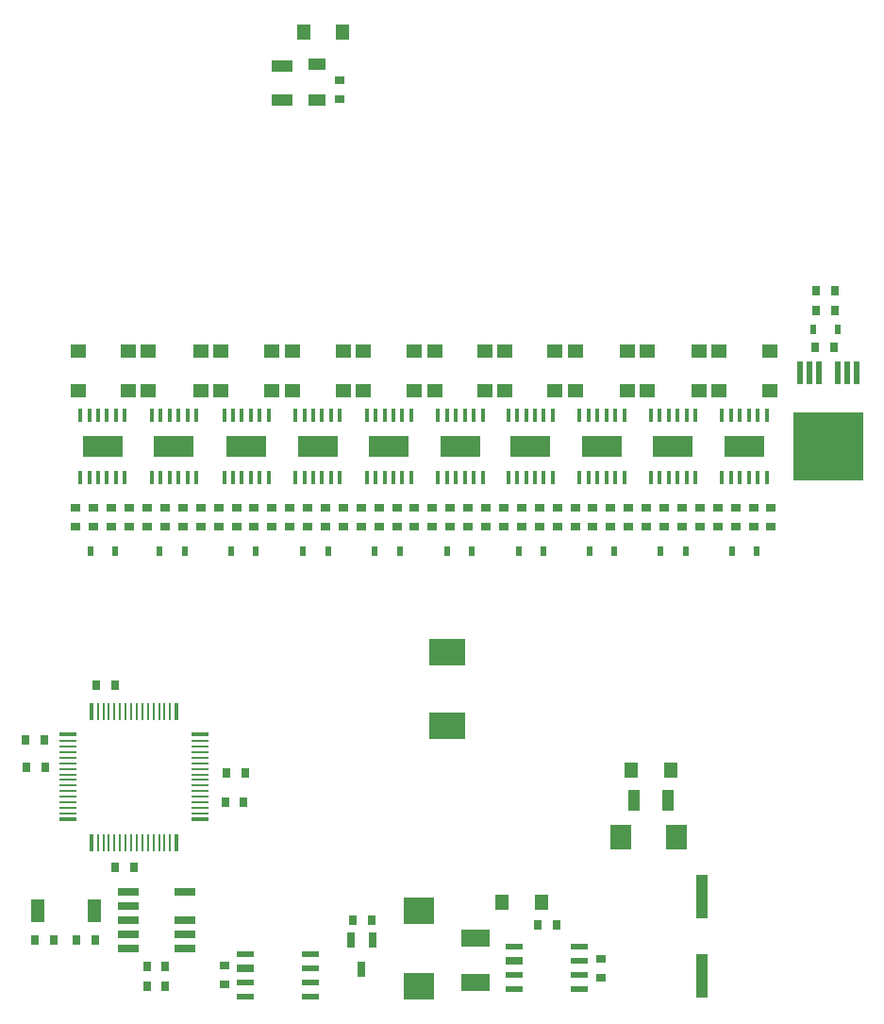
<source format=gtp>
G04 #@! TF.GenerationSoftware,KiCad,Pcbnew,(5.0.0-rc2-dev-130-g0bdae22af-dirty)*
G04 #@! TF.CreationDate,2018-12-21T20:06:38+02:00*
G04 #@! TF.ProjectId,hcu,6863752E6B696361645F706362000000,rev?*
G04 #@! TF.SameCoordinates,Original*
G04 #@! TF.FileFunction,Paste,Top*
G04 #@! TF.FilePolarity,Positive*
%FSLAX46Y46*%
G04 Gerber Fmt 4.6, Leading zero omitted, Abs format (unit mm)*
G04 Created by KiCad (PCBNEW (5.0.0-rc2-dev-130-g0bdae22af-dirty)) date Fri Dec 21 20:06:38 2018*
%MOMM*%
%LPD*%
G01*
G04 APERTURE LIST*
%ADD10R,0.700000X1.350000*%
%ADD11R,0.939800X0.762000*%
%ADD12R,0.762000X0.939800*%
%ADD13R,0.998220X3.997960*%
%ADD14R,2.700000X2.400000*%
%ADD15R,1.399540X1.297940*%
%ADD16R,1.297940X1.399540*%
%ADD17R,1.900000X2.179320*%
%ADD18R,3.300000X2.400000*%
%ADD19R,0.998220X1.899920*%
%ADD20R,1.905000X0.635000*%
%ADD21R,2.600000X1.600000*%
%ADD22R,1.524000X0.600000*%
%ADD23R,1.524000X0.635000*%
%ADD24R,0.398780X1.498600*%
%ADD25R,0.279400X1.498600*%
%ADD26R,1.498600X0.398780*%
%ADD27R,1.498600X0.279400*%
%ADD28R,3.600000X1.900000*%
%ADD29R,0.400000X1.200000*%
%ADD30R,1.300000X2.000000*%
%ADD31R,1.899920X0.998220*%
%ADD32R,1.600000X1.000000*%
%ADD33R,6.300000X6.100000*%
%ADD34R,0.600000X2.000000*%
%ADD35R,0.630000X0.830000*%
G04 APERTURE END LIST*
D10*
X161354139Y-133046000D03*
X159354139Y-133046000D03*
X160354139Y-135646000D03*
D11*
X148000000Y-137038200D03*
X148000000Y-135361800D03*
D12*
X131838200Y-115100000D03*
X130161800Y-115100000D03*
X139938200Y-126500000D03*
X138261800Y-126500000D03*
X148200000Y-118100000D03*
X149876400Y-118100000D03*
X149776400Y-120700000D03*
X148100000Y-120700000D03*
X131938200Y-117600000D03*
X130261800Y-117600000D03*
X136561800Y-110200000D03*
X138238200Y-110200000D03*
X132738200Y-133100000D03*
X131061800Y-133100000D03*
X134761800Y-133100000D03*
X136438200Y-133100000D03*
D11*
X139500000Y-94261800D03*
X139500000Y-95938200D03*
X145900000Y-94261800D03*
X145900000Y-95938200D03*
X152300000Y-95938200D03*
X152300000Y-94261800D03*
X158700000Y-94261800D03*
X158700000Y-95938200D03*
X165100000Y-95938200D03*
X165100000Y-94261800D03*
X171500000Y-94261800D03*
X171500000Y-95938200D03*
X177900000Y-95938200D03*
X177900000Y-94261800D03*
X184300000Y-94261800D03*
X184300000Y-95938200D03*
X190700000Y-94261800D03*
X190700000Y-95938200D03*
X197100000Y-95938200D03*
X197100000Y-94261800D03*
X181800000Y-134761800D03*
X181800000Y-136438200D03*
D13*
X190900000Y-129151620D03*
X190900000Y-136248380D03*
D12*
X176161800Y-131700000D03*
X177838200Y-131700000D03*
D14*
X165500000Y-137200000D03*
X165500000Y-130400000D03*
D12*
X159561800Y-131300000D03*
X161238200Y-131300000D03*
D15*
X139400000Y-83765300D03*
X139400000Y-80234700D03*
X134900000Y-80234700D03*
X134900000Y-83765300D03*
X145900000Y-83765300D03*
X145900000Y-80234700D03*
X141200000Y-80234700D03*
X141200000Y-83765300D03*
X152300000Y-83765300D03*
X152300000Y-80234700D03*
X147700000Y-80234700D03*
X147700000Y-83765300D03*
X158700000Y-83765300D03*
X158700000Y-80234700D03*
X154100000Y-80234700D03*
X154100000Y-83765300D03*
X165100000Y-80234700D03*
X165100000Y-83765300D03*
X160500000Y-80234700D03*
X160500000Y-83765300D03*
X171400000Y-83765300D03*
X171400000Y-80234700D03*
X166900000Y-80234700D03*
X166900000Y-83765300D03*
X177700000Y-83765300D03*
X177700000Y-80234700D03*
X173200000Y-80234700D03*
X173200000Y-83765300D03*
X184200000Y-80234700D03*
X184200000Y-83765300D03*
X179500000Y-80234700D03*
X179500000Y-83765300D03*
X190600000Y-83765300D03*
X190600000Y-80234700D03*
X186000000Y-80234700D03*
X186000000Y-83765300D03*
X197000000Y-83765300D03*
X197000000Y-80234700D03*
X192400000Y-83765300D03*
X192400000Y-80234700D03*
D16*
X188065300Y-117800000D03*
X184534700Y-117800000D03*
D17*
X188600000Y-123800000D03*
X183600000Y-123800000D03*
D18*
X168000000Y-113800000D03*
X168000000Y-107200000D03*
D16*
X172934700Y-129700000D03*
X176465300Y-129700000D03*
D19*
X184801400Y-120500000D03*
X187798600Y-120500000D03*
D20*
X144484857Y-133788334D03*
X139404857Y-133788334D03*
X144484857Y-132518334D03*
X139404857Y-132518334D03*
X144484857Y-131248334D03*
X139404857Y-131248334D03*
X139404857Y-129978334D03*
X144484857Y-128708334D03*
X139404857Y-128708334D03*
D21*
X170600000Y-132900000D03*
X170600000Y-136900000D03*
D12*
X142738200Y-135400000D03*
X141061800Y-135400000D03*
X142738200Y-137200000D03*
X141061800Y-137200000D03*
D11*
X136300000Y-94261800D03*
X136300000Y-95938200D03*
X134700000Y-95938200D03*
X134700000Y-94261800D03*
X144300000Y-94261800D03*
X144300000Y-95938200D03*
X142700000Y-95938200D03*
X142700000Y-94261800D03*
X141100000Y-94261800D03*
X141100000Y-95938200D03*
X150700000Y-95938200D03*
X150700000Y-94261800D03*
X149100000Y-94261800D03*
X149100000Y-95938200D03*
X147500000Y-95938200D03*
X147500000Y-94261800D03*
X157100000Y-94261800D03*
X157100000Y-95938200D03*
X155500000Y-94261800D03*
X155500000Y-95938200D03*
X153900000Y-94261800D03*
X153900000Y-95938200D03*
X163500000Y-94261800D03*
X163500000Y-95938200D03*
X161900000Y-94261800D03*
X161900000Y-95938200D03*
X160300000Y-94261800D03*
X160300000Y-95938200D03*
X169900000Y-94261800D03*
X169900000Y-95938200D03*
X168300000Y-94261800D03*
X168300000Y-95938200D03*
X166700000Y-94261800D03*
X166700000Y-95938200D03*
X176300000Y-95938200D03*
X176300000Y-94261800D03*
X174700000Y-95938200D03*
X174700000Y-94261800D03*
X173100000Y-94261800D03*
X173100000Y-95938200D03*
X182700000Y-94261800D03*
X182700000Y-95938200D03*
X181100000Y-95938200D03*
X181100000Y-94261800D03*
X179500000Y-94261800D03*
X179500000Y-95938200D03*
X189100000Y-94261800D03*
X189100000Y-95938200D03*
X187500000Y-95938200D03*
X187500000Y-94261800D03*
X185900000Y-95938200D03*
X185900000Y-94261800D03*
X195500000Y-94261800D03*
X195500000Y-95938200D03*
X193900000Y-95938200D03*
X193900000Y-94261800D03*
X192300000Y-94261800D03*
X192300000Y-95938200D03*
D22*
X149880957Y-134298266D03*
D23*
X149880957Y-135603266D03*
D22*
X149880957Y-136838266D03*
X149880957Y-138108266D03*
X155722957Y-138108266D03*
X155722957Y-136838266D03*
X155722957Y-135568266D03*
X155722957Y-134298266D03*
D24*
X143723820Y-112555940D03*
D25*
X143162480Y-112555940D03*
X142662100Y-112555940D03*
X142161720Y-112555940D03*
X141661340Y-112555940D03*
X141163500Y-112555940D03*
X140663120Y-112555940D03*
X140162740Y-112555940D03*
X139664900Y-112555940D03*
X139164520Y-112555940D03*
X138664140Y-112555940D03*
X138166300Y-112555940D03*
X137665920Y-112555940D03*
X137165540Y-112555940D03*
X136665160Y-112555940D03*
D24*
X136103820Y-112555940D03*
D26*
X134015940Y-114643820D03*
D27*
X134015940Y-115205160D03*
X134015940Y-115705540D03*
X134015940Y-116205920D03*
X134015940Y-116706300D03*
X134015940Y-117204140D03*
X134015940Y-117704520D03*
X134015940Y-118204900D03*
X134015940Y-118702740D03*
X134015940Y-119203120D03*
X134015940Y-119703500D03*
X134015940Y-120201340D03*
X134015940Y-120701720D03*
X134015940Y-121202100D03*
X134015940Y-121702480D03*
D26*
X134015940Y-122263820D03*
D24*
X136103820Y-124351700D03*
D25*
X136665160Y-124351700D03*
X137165540Y-124351700D03*
X137665920Y-124351700D03*
X138166300Y-124351700D03*
X138664140Y-124351700D03*
X139164520Y-124351700D03*
X139664900Y-124351700D03*
X140162740Y-124351700D03*
X140663120Y-124351700D03*
X141163500Y-124351700D03*
X141661340Y-124351700D03*
X142161720Y-124351700D03*
X142662100Y-124351700D03*
X143162480Y-124351700D03*
D24*
X143723820Y-124351700D03*
D26*
X145811700Y-122263820D03*
D27*
X145811700Y-121702480D03*
X145811700Y-121202100D03*
X145811700Y-120701720D03*
X145811700Y-120201340D03*
X145811700Y-119703500D03*
X145811700Y-119203120D03*
X145811700Y-118702740D03*
X145811700Y-118204900D03*
X145811700Y-117704520D03*
X145811700Y-117204140D03*
X145811700Y-116706300D03*
X145811700Y-116205920D03*
X145811700Y-115705540D03*
X145811700Y-115205160D03*
D26*
X145811700Y-114643820D03*
D28*
X137100000Y-88800000D03*
D29*
X135100000Y-86000000D03*
X135900000Y-86000000D03*
X136700000Y-86000000D03*
X137500000Y-86000000D03*
X138300000Y-86000000D03*
X139100000Y-86000000D03*
X139100000Y-91600000D03*
X138300000Y-91600000D03*
X137500000Y-91600000D03*
X136700000Y-91600000D03*
X135900000Y-91600000D03*
X135100000Y-91600000D03*
D28*
X143500000Y-88800000D03*
D29*
X141500000Y-86000000D03*
X142300000Y-86000000D03*
X143100000Y-86000000D03*
X143900000Y-86000000D03*
X144700000Y-86000000D03*
X145500000Y-86000000D03*
X145500000Y-91600000D03*
X144700000Y-91600000D03*
X143900000Y-91600000D03*
X143100000Y-91600000D03*
X142300000Y-91600000D03*
X141500000Y-91600000D03*
X148000000Y-91600000D03*
X148800000Y-91600000D03*
X149600000Y-91600000D03*
X150400000Y-91600000D03*
X151200000Y-91600000D03*
X152000000Y-91600000D03*
X152000000Y-86000000D03*
X151200000Y-86000000D03*
X150400000Y-86000000D03*
X149600000Y-86000000D03*
X148800000Y-86000000D03*
X148000000Y-86000000D03*
D28*
X150000000Y-88800000D03*
D29*
X154400000Y-91600000D03*
X155200000Y-91600000D03*
X156000000Y-91600000D03*
X156800000Y-91600000D03*
X157600000Y-91600000D03*
X158400000Y-91600000D03*
X158400000Y-86000000D03*
X157600000Y-86000000D03*
X156800000Y-86000000D03*
X156000000Y-86000000D03*
X155200000Y-86000000D03*
X154400000Y-86000000D03*
D28*
X156400000Y-88800000D03*
D29*
X160800000Y-91600000D03*
X161600000Y-91600000D03*
X162400000Y-91600000D03*
X163200000Y-91600000D03*
X164000000Y-91600000D03*
X164800000Y-91600000D03*
X164800000Y-86000000D03*
X164000000Y-86000000D03*
X163200000Y-86000000D03*
X162400000Y-86000000D03*
X161600000Y-86000000D03*
X160800000Y-86000000D03*
D28*
X162800000Y-88800000D03*
D29*
X167200000Y-91600000D03*
X168000000Y-91600000D03*
X168800000Y-91600000D03*
X169600000Y-91600000D03*
X170400000Y-91600000D03*
X171200000Y-91600000D03*
X171200000Y-86000000D03*
X170400000Y-86000000D03*
X169600000Y-86000000D03*
X168800000Y-86000000D03*
X168000000Y-86000000D03*
X167200000Y-86000000D03*
D28*
X169200000Y-88800000D03*
X175500000Y-88800000D03*
D29*
X173500000Y-86000000D03*
X174300000Y-86000000D03*
X175100000Y-86000000D03*
X175900000Y-86000000D03*
X176700000Y-86000000D03*
X177500000Y-86000000D03*
X177500000Y-91600000D03*
X176700000Y-91600000D03*
X175900000Y-91600000D03*
X175100000Y-91600000D03*
X174300000Y-91600000D03*
X173500000Y-91600000D03*
D28*
X181900000Y-88800000D03*
D29*
X179900000Y-86000000D03*
X180700000Y-86000000D03*
X181500000Y-86000000D03*
X182300000Y-86000000D03*
X183100000Y-86000000D03*
X183900000Y-86000000D03*
X183900000Y-91600000D03*
X183100000Y-91600000D03*
X182300000Y-91600000D03*
X181500000Y-91600000D03*
X180700000Y-91600000D03*
X179900000Y-91600000D03*
X186300000Y-91600000D03*
X187100000Y-91600000D03*
X187900000Y-91600000D03*
X188700000Y-91600000D03*
X189500000Y-91600000D03*
X190300000Y-91600000D03*
X190300000Y-86000000D03*
X189500000Y-86000000D03*
X188700000Y-86000000D03*
X187900000Y-86000000D03*
X187100000Y-86000000D03*
X186300000Y-86000000D03*
D28*
X188300000Y-88800000D03*
X194700000Y-88800000D03*
D29*
X192700000Y-86000000D03*
X193500000Y-86000000D03*
X194300000Y-86000000D03*
X195100000Y-86000000D03*
X195900000Y-86000000D03*
X196700000Y-86000000D03*
X196700000Y-91600000D03*
X195900000Y-91600000D03*
X195100000Y-91600000D03*
X194300000Y-91600000D03*
X193500000Y-91600000D03*
X192700000Y-91600000D03*
D22*
X179899509Y-133638266D03*
X179899509Y-134908266D03*
X179899509Y-136178266D03*
X179899509Y-137448266D03*
X174057509Y-137448266D03*
X174057509Y-136178266D03*
D23*
X174057509Y-134943266D03*
D22*
X174057509Y-133638266D03*
D30*
X131260000Y-130400000D03*
X136340000Y-130400000D03*
D16*
X158665300Y-51600000D03*
X155134700Y-51600000D03*
D31*
X153200000Y-54701400D03*
X153200000Y-57698600D03*
D32*
X156300000Y-54500000D03*
X156300000Y-57700000D03*
D11*
X158400000Y-55961800D03*
X158400000Y-57638200D03*
D12*
X202838200Y-76550000D03*
X201161800Y-76550000D03*
X201061800Y-79900000D03*
X202738200Y-79900000D03*
D33*
X202200000Y-88770000D03*
D34*
X199650000Y-82200000D03*
X200500000Y-82200000D03*
X201350000Y-82200000D03*
X203050000Y-82200000D03*
X203900000Y-82200000D03*
X204750000Y-82200000D03*
D11*
X137900000Y-94261800D03*
X137900000Y-95938200D03*
D35*
X138215000Y-98200000D03*
X135985000Y-98200000D03*
X142235000Y-98200000D03*
X144465000Y-98200000D03*
X148635000Y-98200000D03*
X150865000Y-98200000D03*
X157315000Y-98200000D03*
X155085000Y-98200000D03*
X161535000Y-98200000D03*
X163765000Y-98200000D03*
X170250000Y-98200000D03*
X168020000Y-98200000D03*
X176665000Y-98200000D03*
X174435000Y-98200000D03*
X183015000Y-98200000D03*
X180785000Y-98200000D03*
X187185000Y-98150000D03*
X189415000Y-98150000D03*
X193585000Y-98200000D03*
X195815000Y-98200000D03*
X200835000Y-78250000D03*
X203065000Y-78250000D03*
D12*
X201161800Y-74850000D03*
X202838200Y-74850000D03*
M02*

</source>
